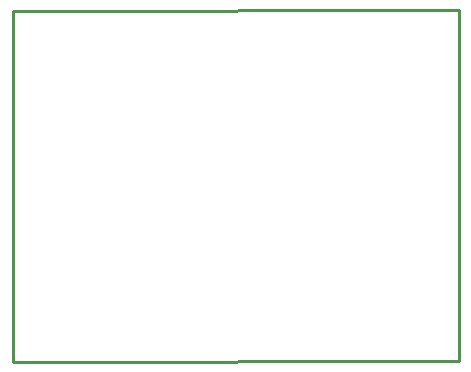
<source format=gbr>
G04 EAGLE Gerber RS-274X export*
G75*
%MOMM*%
%FSLAX34Y34*%
%LPD*%
%IN*%
%IPPOS*%
%AMOC8*
5,1,8,0,0,1.08239X$1,22.5*%
G01*
%ADD10C,0.254000*%


D10*
X0Y522986D02*
X377700Y523240D01*
X377700Y820320D01*
X0Y820066D01*
X0Y522986D01*
M02*

</source>
